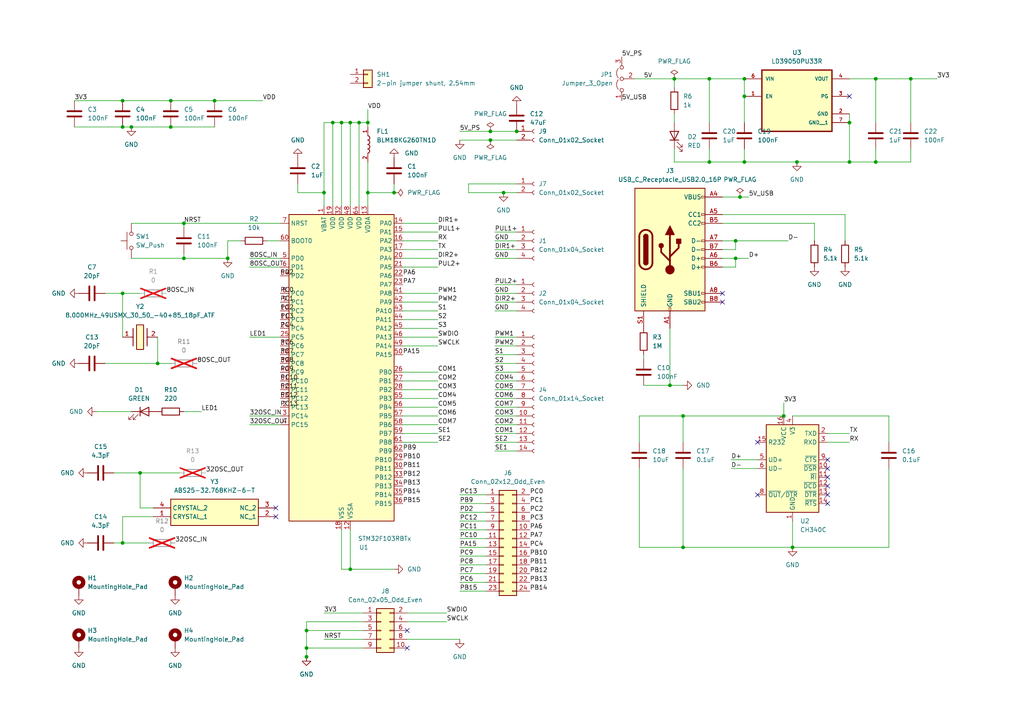
<source format=kicad_sch>
(kicad_sch (version 20230121) (generator eeschema)
  (paper "A4")
  (junction (at 198.12 158.75))
  (junction (at 205.74 46.99))
  (junction (at 215.9 27.94))
  (junction (at 93.98 55.88))
  (junction (at 53.34 64.77))
  (junction (at 205.74 22.86))
  (junction (at 149.86 38.1))
  (junction (at 45.72 105.41))
  (junction (at 38.1 36.83))
  (junction (at 88.9 187.96))
  (junction (at 104.14 35.56))
  (junction (at 213.36 69.85))
  (junction (at 194.31 111.76))
  (junction (at 229.87 158.75))
  (junction (at 142.24 38.1))
  (junction (at 88.9 182.88))
  (junction (at 35.56 157.48))
  (junction (at 215.9 46.99))
  (junction (at 66.04 74.93))
  (junction (at 101.6 165.1))
  (junction (at 35.56 36.83))
  (junction (at 227.33 120.65))
  (junction (at 88.9 190.5))
  (junction (at 198.12 120.65))
  (junction (at 99.06 35.56))
  (junction (at 142.24 40.64))
  (junction (at 96.52 35.56))
  (junction (at 254 22.86))
  (junction (at 62.23 29.21))
  (junction (at 40.64 137.16))
  (junction (at 49.53 29.21))
  (junction (at 264.16 22.86))
  (junction (at 35.56 85.09))
  (junction (at 214.63 57.15))
  (junction (at 254 46.99))
  (junction (at 231.14 46.99))
  (junction (at 146.05 55.88))
  (junction (at 53.34 74.93))
  (junction (at 246.38 35.56))
  (junction (at 106.68 35.56))
  (junction (at 101.6 35.56))
  (junction (at 35.56 29.21))
  (junction (at 213.36 74.93))
  (junction (at 246.38 46.99))
  (junction (at 49.53 36.83))
  (junction (at 114.3 55.88))
  (junction (at 195.58 22.86))
  (junction (at 106.68 55.88))
  (junction (at 215.9 22.86))
  (no_connect (at 240.03 146.05))
  (no_connect (at 80.01 149.86))
  (no_connect (at 240.03 133.35))
  (no_connect (at 240.03 140.97))
  (no_connect (at 219.71 143.51))
  (no_connect (at 219.71 128.27))
  (no_connect (at 209.55 87.63))
  (no_connect (at 240.03 138.43))
  (no_connect (at 80.01 147.32))
  (no_connect (at 240.03 143.51))
  (no_connect (at 209.55 85.09))
  (no_connect (at 246.38 27.94))
  (no_connect (at 118.11 187.96))
  (no_connect (at 118.11 182.88))
  (no_connect (at 240.03 135.89))
  (wire (pts (xy 195.58 46.99) (xy 205.74 46.99)))
  (wire (pts (xy 184.15 22.86) (xy 195.58 22.86)))
  (wire (pts (xy 106.68 35.56) (xy 106.68 36.83)))
  (wire (pts (xy 116.84 128.27) (xy 127 128.27)))
  (wire (pts (xy 116.84 120.65) (xy 127 120.65)))
  (wire (pts (xy 53.34 64.77) (xy 81.28 64.77)))
  (wire (pts (xy 133.35 156.21) (xy 140.97 156.21)))
  (wire (pts (xy 116.84 115.57) (xy 127 115.57)))
  (wire (pts (xy 209.55 57.15) (xy 214.63 57.15)))
  (wire (pts (xy 99.06 35.56) (xy 99.06 59.69)))
  (wire (pts (xy 69.85 69.85) (xy 66.04 69.85)))
  (wire (pts (xy 257.81 120.65) (xy 257.81 128.27)))
  (wire (pts (xy 116.84 100.33) (xy 127 100.33)))
  (wire (pts (xy 101.6 165.1) (xy 114.3 165.1)))
  (wire (pts (xy 116.84 67.31) (xy 127 67.31)))
  (wire (pts (xy 143.51 128.27) (xy 149.86 128.27)))
  (wire (pts (xy 49.53 29.21) (xy 62.23 29.21)))
  (wire (pts (xy 143.51 72.39) (xy 149.86 72.39)))
  (wire (pts (xy 88.9 180.34) (xy 88.9 182.88)))
  (wire (pts (xy 143.51 118.11) (xy 149.86 118.11)))
  (wire (pts (xy 198.12 120.65) (xy 185.42 120.65)))
  (wire (pts (xy 116.84 90.17) (xy 127 90.17)))
  (wire (pts (xy 21.59 29.21) (xy 35.56 29.21)))
  (wire (pts (xy 205.74 43.18) (xy 205.74 46.99)))
  (wire (pts (xy 30.48 85.09) (xy 35.56 85.09)))
  (wire (pts (xy 133.35 163.83) (xy 140.97 163.83)))
  (wire (pts (xy 215.9 43.18) (xy 215.9 46.99)))
  (wire (pts (xy 116.84 69.85) (xy 127 69.85)))
  (wire (pts (xy 106.68 31.75) (xy 106.68 35.56)))
  (wire (pts (xy 194.31 95.25) (xy 194.31 111.76)))
  (wire (pts (xy 38.1 74.93) (xy 53.34 74.93)))
  (wire (pts (xy 116.84 74.93) (xy 127 74.93)))
  (wire (pts (xy 143.51 97.79) (xy 149.86 97.79)))
  (wire (pts (xy 236.22 64.77) (xy 236.22 69.85)))
  (wire (pts (xy 116.84 77.47) (xy 127 77.47)))
  (wire (pts (xy 246.38 35.56) (xy 246.38 46.99)))
  (wire (pts (xy 133.35 161.29) (xy 140.97 161.29)))
  (wire (pts (xy 142.24 40.64) (xy 149.86 40.64)))
  (wire (pts (xy 143.51 107.95) (xy 149.86 107.95)))
  (wire (pts (xy 72.39 97.79) (xy 81.28 97.79)))
  (wire (pts (xy 205.74 46.99) (xy 215.9 46.99)))
  (wire (pts (xy 88.9 182.88) (xy 105.41 182.88)))
  (wire (pts (xy 35.56 85.09) (xy 40.64 85.09)))
  (wire (pts (xy 246.38 33.02) (xy 246.38 35.56)))
  (wire (pts (xy 143.51 87.63) (xy 149.86 87.63)))
  (wire (pts (xy 44.45 147.32) (xy 40.64 147.32)))
  (wire (pts (xy 143.51 130.81) (xy 149.86 130.81)))
  (wire (pts (xy 33.02 157.48) (xy 35.56 157.48)))
  (wire (pts (xy 264.16 22.86) (xy 271.78 22.86)))
  (wire (pts (xy 264.16 46.99) (xy 264.16 43.18)))
  (wire (pts (xy 106.68 46.99) (xy 106.68 55.88)))
  (wire (pts (xy 116.84 110.49) (xy 127 110.49)))
  (wire (pts (xy 62.23 29.21) (xy 76.2 29.21)))
  (wire (pts (xy 116.84 72.39) (xy 127 72.39)))
  (wire (pts (xy 142.24 38.1) (xy 149.86 38.1)))
  (wire (pts (xy 133.35 38.1) (xy 142.24 38.1)))
  (wire (pts (xy 240.03 128.27) (xy 246.38 128.27)))
  (wire (pts (xy 185.42 120.65) (xy 185.42 128.27)))
  (wire (pts (xy 35.56 85.09) (xy 35.56 97.79)))
  (wire (pts (xy 88.9 180.34) (xy 105.41 180.34)))
  (wire (pts (xy 86.36 53.34) (xy 86.36 55.88)))
  (wire (pts (xy 72.39 120.65) (xy 81.28 120.65)))
  (wire (pts (xy 213.36 74.93) (xy 217.17 74.93)))
  (wire (pts (xy 116.84 107.95) (xy 127 107.95)))
  (wire (pts (xy 106.68 55.88) (xy 106.68 59.69)))
  (wire (pts (xy 254 43.18) (xy 254 46.99)))
  (wire (pts (xy 254 46.99) (xy 264.16 46.99)))
  (wire (pts (xy 194.31 111.76) (xy 198.12 111.76)))
  (wire (pts (xy 209.55 69.85) (xy 213.36 69.85)))
  (wire (pts (xy 185.42 135.89) (xy 185.42 158.75)))
  (wire (pts (xy 135.89 55.88) (xy 146.05 55.88)))
  (wire (pts (xy 209.55 77.47) (xy 213.36 77.47)))
  (wire (pts (xy 215.9 22.86) (xy 215.9 27.94)))
  (wire (pts (xy 133.35 143.51) (xy 140.97 143.51)))
  (wire (pts (xy 72.39 74.93) (xy 81.28 74.93)))
  (wire (pts (xy 146.05 55.88) (xy 149.86 55.88)))
  (wire (pts (xy 118.11 185.42) (xy 133.35 185.42)))
  (wire (pts (xy 143.51 74.93) (xy 149.86 74.93)))
  (wire (pts (xy 229.87 158.75) (xy 257.81 158.75)))
  (wire (pts (xy 72.39 77.47) (xy 81.28 77.47)))
  (wire (pts (xy 213.36 74.93) (xy 213.36 77.47)))
  (wire (pts (xy 212.09 133.35) (xy 219.71 133.35)))
  (wire (pts (xy 93.98 177.8) (xy 105.41 177.8)))
  (wire (pts (xy 93.98 55.88) (xy 93.98 59.69)))
  (wire (pts (xy 205.74 22.86) (xy 205.74 35.56)))
  (wire (pts (xy 213.36 72.39) (xy 213.36 69.85)))
  (wire (pts (xy 133.35 158.75) (xy 140.97 158.75)))
  (wire (pts (xy 53.34 74.93) (xy 66.04 74.93)))
  (wire (pts (xy 66.04 69.85) (xy 66.04 74.93)))
  (wire (pts (xy 133.35 168.91) (xy 140.97 168.91)))
  (wire (pts (xy 246.38 22.86) (xy 254 22.86)))
  (wire (pts (xy 198.12 120.65) (xy 227.33 120.65)))
  (wire (pts (xy 135.89 53.34) (xy 135.89 55.88)))
  (wire (pts (xy 53.34 73.66) (xy 53.34 74.93)))
  (wire (pts (xy 143.51 125.73) (xy 149.86 125.73)))
  (wire (pts (xy 245.11 62.23) (xy 245.11 69.85)))
  (wire (pts (xy 88.9 182.88) (xy 88.9 187.96)))
  (wire (pts (xy 143.51 90.17) (xy 149.86 90.17)))
  (wire (pts (xy 93.98 185.42) (xy 105.41 185.42)))
  (wire (pts (xy 116.84 123.19) (xy 127 123.19)))
  (wire (pts (xy 133.35 148.59) (xy 140.97 148.59)))
  (wire (pts (xy 264.16 22.86) (xy 264.16 35.56)))
  (wire (pts (xy 195.58 43.18) (xy 195.58 46.99)))
  (wire (pts (xy 45.72 97.79) (xy 45.72 105.41)))
  (wire (pts (xy 209.55 72.39) (xy 213.36 72.39)))
  (wire (pts (xy 143.51 85.09) (xy 149.86 85.09)))
  (wire (pts (xy 30.48 105.41) (xy 45.72 105.41)))
  (wire (pts (xy 143.51 123.19) (xy 149.86 123.19)))
  (wire (pts (xy 195.58 22.86) (xy 195.58 25.4)))
  (wire (pts (xy 116.84 113.03) (xy 127 113.03)))
  (wire (pts (xy 254 22.86) (xy 264.16 22.86)))
  (wire (pts (xy 93.98 35.56) (xy 93.98 55.88)))
  (wire (pts (xy 209.55 64.77) (xy 236.22 64.77)))
  (wire (pts (xy 186.69 111.76) (xy 194.31 111.76)))
  (wire (pts (xy 53.34 119.38) (xy 58.42 119.38)))
  (wire (pts (xy 257.81 135.89) (xy 257.81 158.75)))
  (wire (pts (xy 88.9 187.96) (xy 88.9 190.5)))
  (wire (pts (xy 133.35 166.37) (xy 140.97 166.37)))
  (wire (pts (xy 101.6 153.67) (xy 101.6 165.1)))
  (wire (pts (xy 33.02 137.16) (xy 40.64 137.16)))
  (wire (pts (xy 116.84 95.25) (xy 127 95.25)))
  (wire (pts (xy 21.59 36.83) (xy 35.56 36.83)))
  (wire (pts (xy 198.12 120.65) (xy 198.12 128.27)))
  (wire (pts (xy 116.84 92.71) (xy 127 92.71)))
  (wire (pts (xy 209.55 62.23) (xy 245.11 62.23)))
  (wire (pts (xy 133.35 153.67) (xy 140.97 153.67)))
  (wire (pts (xy 198.12 158.75) (xy 229.87 158.75)))
  (wire (pts (xy 118.11 177.8) (xy 129.54 177.8)))
  (wire (pts (xy 215.9 46.99) (xy 231.14 46.99)))
  (wire (pts (xy 104.14 35.56) (xy 104.14 59.69)))
  (wire (pts (xy 212.09 135.89) (xy 219.71 135.89)))
  (wire (pts (xy 195.58 33.02) (xy 195.58 35.56)))
  (wire (pts (xy 101.6 35.56) (xy 101.6 59.69)))
  (wire (pts (xy 116.84 97.79) (xy 127 97.79)))
  (wire (pts (xy 240.03 125.73) (xy 246.38 125.73)))
  (wire (pts (xy 227.33 116.84) (xy 227.33 120.65)))
  (wire (pts (xy 38.1 36.83) (xy 49.53 36.83)))
  (wire (pts (xy 40.64 137.16) (xy 52.07 137.16)))
  (wire (pts (xy 143.51 102.87) (xy 149.86 102.87)))
  (wire (pts (xy 254 35.56) (xy 254 22.86)))
  (wire (pts (xy 133.35 151.13) (xy 140.97 151.13)))
  (wire (pts (xy 45.72 105.41) (xy 49.53 105.41)))
  (wire (pts (xy 118.11 180.34) (xy 129.54 180.34)))
  (wire (pts (xy 214.63 57.15) (xy 217.17 57.15)))
  (wire (pts (xy 93.98 35.56) (xy 96.52 35.56)))
  (wire (pts (xy 40.64 147.32) (xy 40.64 137.16)))
  (wire (pts (xy 49.53 36.83) (xy 62.23 36.83)))
  (wire (pts (xy 99.06 165.1) (xy 101.6 165.1)))
  (wire (pts (xy 186.69 102.87) (xy 186.69 104.14)))
  (wire (pts (xy 133.35 171.45) (xy 140.97 171.45)))
  (wire (pts (xy 143.51 69.85) (xy 149.86 69.85)))
  (wire (pts (xy 229.87 151.13) (xy 229.87 158.75)))
  (wire (pts (xy 35.56 149.86) (xy 35.56 157.48)))
  (wire (pts (xy 96.52 35.56) (xy 96.52 59.69)))
  (wire (pts (xy 246.38 46.99) (xy 254 46.99)))
  (wire (pts (xy 116.84 125.73) (xy 127 125.73)))
  (wire (pts (xy 99.06 35.56) (xy 101.6 35.56)))
  (wire (pts (xy 143.51 105.41) (xy 149.86 105.41)))
  (wire (pts (xy 229.87 120.65) (xy 257.81 120.65)))
  (wire (pts (xy 44.45 149.86) (xy 35.56 149.86)))
  (wire (pts (xy 209.55 74.93) (xy 213.36 74.93)))
  (wire (pts (xy 116.84 118.11) (xy 127 118.11)))
  (wire (pts (xy 35.56 157.48) (xy 43.18 157.48)))
  (wire (pts (xy 104.14 35.56) (xy 101.6 35.56)))
  (wire (pts (xy 215.9 27.94) (xy 215.9 35.56)))
  (wire (pts (xy 72.39 123.19) (xy 81.28 123.19)))
  (wire (pts (xy 88.9 187.96) (xy 105.41 187.96)))
  (wire (pts (xy 195.58 22.86) (xy 205.74 22.86)))
  (wire (pts (xy 53.34 64.77) (xy 53.34 66.04)))
  (wire (pts (xy 77.47 69.85) (xy 81.28 69.85)))
  (wire (pts (xy 198.12 135.89) (xy 198.12 158.75)))
  (wire (pts (xy 116.84 64.77) (xy 127 64.77)))
  (wire (pts (xy 143.51 100.33) (xy 149.86 100.33)))
  (wire (pts (xy 99.06 35.56) (xy 96.52 35.56)))
  (wire (pts (xy 114.3 53.34) (xy 114.3 55.88)))
  (wire (pts (xy 116.84 87.63) (xy 127 87.63)))
  (wire (pts (xy 213.36 69.85) (xy 228.6 69.85)))
  (wire (pts (xy 35.56 29.21) (xy 49.53 29.21)))
  (wire (pts (xy 38.1 64.77) (xy 53.34 64.77)))
  (wire (pts (xy 143.51 67.31) (xy 149.86 67.31)))
  (wire (pts (xy 185.42 158.75) (xy 198.12 158.75)))
  (wire (pts (xy 143.51 110.49) (xy 149.86 110.49)))
  (wire (pts (xy 135.89 53.34) (xy 149.86 53.34)))
  (wire (pts (xy 27.94 119.38) (xy 38.1 119.38)))
  (wire (pts (xy 86.36 55.88) (xy 93.98 55.88)))
  (wire (pts (xy 104.14 35.56) (xy 106.68 35.56)))
  (wire (pts (xy 99.06 153.67) (xy 99.06 165.1)))
  (wire (pts (xy 143.51 120.65) (xy 149.86 120.65)))
  (wire (pts (xy 143.51 113.03) (xy 149.86 113.03)))
  (wire (pts (xy 231.14 46.99) (xy 246.38 46.99)))
  (wire (pts (xy 143.51 82.55) (xy 149.86 82.55)))
  (wire (pts (xy 143.51 115.57) (xy 149.86 115.57)))
  (wire (pts (xy 106.68 55.88) (xy 114.3 55.88)))
  (wire (pts (xy 133.35 40.64) (xy 142.24 40.64)))
  (wire (pts (xy 35.56 36.83) (xy 38.1 36.83)))
  (wire (pts (xy 116.84 85.09) (xy 127 85.09)))
  (wire (pts (xy 205.74 22.86) (xy 215.9 22.86)))
  (wire (pts (xy 133.35 146.05) (xy 140.97 146.05)))
  (label "PWM2" (at 127 87.63 0))
  (label "TX" (at 127 72.39 0))
  (label "PC3" (at 153.67 151.13 0))
  (label "32OSC_IN" (at 72.39 120.65 0))
  (label "PUL2+" (at 127 77.47 0))
  (label "PB11" (at 153.67 163.83 0))
  (label "32OSC_IN" (at 50.8 157.48 0))
  (label "PB15" (at 116.84 146.05 0))
  (label "3V3" (at 227.33 116.84 0))
  (label "NRST" (at 93.98 185.42 0))
  (label "32OSC_OUT" (at 72.39 123.19 0))
  (label "PA6" (at 153.67 153.67 0))
  (label "COM3" (at 127 113.03 0))
  (label "5V_USB" (at 180.34 29.21 0))
  (label "8OSC_IN" (at 48.26 85.09 0))
  (label "PB15" (at 133.35 171.45 0))
  (label "TX" (at 246.38 125.73 0))
  (label "DIR2+" (at 143.51 87.63 0))
  (label "SWDIO" (at 127 97.79 0))
  (label "SWCLK" (at 127 100.33 0))
  (label "PC6" (at 133.35 168.91 0))
  (label "SE1" (at 143.51 130.81 0))
  (label "PC7" (at 133.35 166.37 0))
  (label "PA15" (at 133.35 158.75 0))
  (label "COM1" (at 143.51 125.73 0))
  (label "PA7" (at 116.84 82.55 0))
  (label "5V_PS" (at 180.34 16.51 0))
  (label "NRST" (at 53.34 64.77 0))
  (label "PC1" (at 81.28 87.63 0))
  (label "PC13" (at 81.28 118.11 0))
  (label "D-" (at 212.09 135.89 0))
  (label "PB11" (at 116.84 135.89 0))
  (label "S2" (at 127 92.71 0))
  (label "COM2" (at 127 110.49 0))
  (label "PC12" (at 133.35 151.13 0))
  (label "VDD" (at 76.2 29.21 0))
  (label "S1" (at 127 90.17 0))
  (label "PUL2+" (at 143.51 82.55 0))
  (label "PC12" (at 81.28 115.57 0))
  (label "PC0" (at 81.28 85.09 0))
  (label "PC4" (at 81.28 95.25 0))
  (label "PC2" (at 81.28 90.17 0))
  (label "GND" (at 143.51 85.09 0))
  (label "D+" (at 217.17 74.93 0))
  (label "LED1" (at 58.42 119.38 0))
  (label "SWCLK" (at 129.54 180.34 0))
  (label "PC6" (at 81.28 100.33 0))
  (label "RX" (at 127 69.85 0))
  (label "PUL1+" (at 143.51 67.31 0))
  (label "PWM2" (at 143.51 100.33 0))
  (label "5V" (at 186.69 22.86 0))
  (label "PB12" (at 116.84 138.43 0))
  (label "GND" (at 143.51 90.17 0))
  (label "PC11" (at 81.28 113.03 0))
  (label "D+" (at 212.09 133.35 0))
  (label "PC1" (at 153.67 146.05 0))
  (label "PA6" (at 116.84 80.01 0))
  (label "S1" (at 143.51 102.87 0))
  (label "PD2" (at 81.28 80.01 0))
  (label "COM4" (at 127 115.57 0))
  (label "PB9" (at 133.35 146.05 0))
  (label "PWM1" (at 143.51 97.79 0))
  (label "3V3" (at 271.78 22.86 0))
  (label "PC9" (at 133.35 161.29 0))
  (label "COM7" (at 127 123.19 0))
  (label "PB13" (at 116.84 140.97 0))
  (label "S3" (at 127 95.25 0))
  (label "5V_PS" (at 133.35 38.1 0))
  (label "RX" (at 246.38 128.27 0))
  (label "8OSC_OUT" (at 72.39 77.47 0))
  (label "COM6" (at 127 120.65 0))
  (label "3V3" (at 21.59 29.21 0))
  (label "PC9" (at 81.28 107.95 0))
  (label "PB9" (at 116.84 130.81 0))
  (label "PC2" (at 153.67 148.59 0))
  (label "PA15" (at 116.84 102.87 0))
  (label "PB10" (at 153.67 161.29 0))
  (label "5V_USB" (at 217.17 57.15 0))
  (label "SE2" (at 127 128.27 0))
  (label "PA7" (at 153.67 156.21 0))
  (label "SE1" (at 127 125.73 0))
  (label "PC13" (at 133.35 143.51 0))
  (label "S3" (at 143.51 107.95 0))
  (label "PD2" (at 133.35 148.59 0))
  (label "COM2" (at 143.51 123.19 0))
  (label "COM4" (at 143.51 110.49 0))
  (label "PC8" (at 81.28 105.41 0))
  (label "SE2" (at 143.51 128.27 0))
  (label "D-" (at 228.6 69.85 0))
  (label "COM5" (at 143.51 113.03 0))
  (label "DIR1+" (at 143.51 72.39 0))
  (label "PB12" (at 153.67 166.37 0))
  (label "PC10" (at 81.28 110.49 0))
  (label "3V3" (at 93.98 177.8 0))
  (label "PB14" (at 116.84 143.51 0))
  (label "S2" (at 143.51 105.41 0))
  (label "PC4" (at 153.67 158.75 0))
  (label "PWM1" (at 127 85.09 0))
  (label "COM5" (at 127 118.11 0))
  (label "PC10" (at 133.35 156.21 0))
  (label "PUL1+" (at 127 67.31 0))
  (label "PC7" (at 81.28 102.87 0))
  (label "PB10" (at 116.84 133.35 0))
  (label "8OSC_OUT" (at 57.15 105.41 0))
  (label "PC0" (at 153.67 143.51 0))
  (label "SWDIO" (at 129.54 177.8 0))
  (label "PB13" (at 153.67 168.91 0))
  (label "PC11" (at 133.35 153.67 0))
  (label "DIR1+" (at 127 64.77 0))
  (label "LED1" (at 72.39 97.79 0))
  (label "COM3" (at 143.51 120.65 0))
  (label "VDD" (at 106.68 31.75 0))
  (label "8OSC_IN" (at 72.39 74.93 0))
  (label "PB14" (at 153.67 171.45 0))
  (label "32OSC_OUT" (at 59.69 137.16 0))
  (label "COM7" (at 143.51 118.11 0))
  (label "GND" (at 143.51 69.85 0))
  (label "COM1" (at 127 107.95 0))
  (label "DIR2+" (at 127 74.93 0))
  (label "GND" (at 143.51 74.93 0))
  (label "PC3" (at 81.28 92.71 0))
  (label "PC8" (at 133.35 163.83 0))
  (label "COM6" (at 143.51 115.57 0))
  (symbol (lib_id "Device:C") (at 198.12 132.08 0) (unit 1)
    (property "Reference" "C17" (at 201.93 130.81 0) (effects (justify left)))
    (property "Value" "0.1uF" (at 201.93 133.35 0) (effects (justify left)))
    (property "Footprint" "Capacitor_SMD:C_0603_1608Metric" (effects hide))
  )
  (symbol (lib_id "power:GND") (at 149.86 30.48 180) (unit 1)
    (property "Reference" "#PWR015" (effects hide))
    (property "Value" "GND" (at 149.86 25.4 0))
  )
  (symbol (lib_id "Device:R") (at 53.34 105.41 90) (unit 1) (dnp yes)
    (property "Reference" "R11" (at 53.34 99.06 90))
    (property "Value" "0" (at 53.34 101.6 90))
    (property "Footprint" "Resistor_SMD:R_0603_1608Metric" (effects hide))
  )
  (symbol (lib_id "Device:C") (at 49.53 33.02 0) (unit 1)
    (property "Reference" "C5" (at 53.34 31.75 0) (effects (justify left)))
    (property "Value" "100nF" (at 53.34 34.29 0) (effects (justify left)))
    (property "Footprint" "Capacitor_SMD:C_0603_1608Metric" (effects hide))
  )
  (symbol (lib_id "Switch:SW_Push") (at 38.1 69.85 90) (unit 1)
    (property "Reference" "SW1" (at 39.37 68.58 90) (effects (justify right)))
    (property "Value" "SW_Push" (at 39.37 71.12 90) (effects (justify right)))
    (property "Footprint" "Button_Switch_SMD:SW_SPST_TL3342" (effects hide))
  )
  (symbol (lib_id "power:GND") (at 22.86 187.96 0) (unit 1)
    (property "Reference" "#PWR019" (effects hide))
    (property "Value" "GND" (at 22.86 193.04 0))
  )
  (symbol (lib_id "Device:C") (at 29.21 157.48 90) (unit 1)
    (property "Reference" "C14" (at 29.21 149.86 90))
    (property "Value" "4.3pF" (at 29.21 152.4 90))
    (property "Footprint" "Capacitor_SMD:C_0603_1608Metric" (effects hide))
  )
  (symbol (lib_id "Device:C") (at 62.23 33.02 0) (unit 1)
    (property "Reference" "C6" (at 66.04 31.75 0) (effects (justify left)))
    (property "Value" "100nF" (at 66.04 34.29 0) (effects (justify left)))
    (property "Footprint" "Capacitor_SMD:C_0603_1608Metric" (effects hide))
  )
  (symbol (lib_id "Mechanical:MountingHole_Pad") (at 50.8 185.42 0) (unit 1)
    (property "Reference" "H4" (at 53.34 182.88 0) (effects (justify left)))
    (property "Value" "MountingHole_Pad" (at 53.34 185.42 0) (effects (justify left)))
    (property "Footprint" "MountingHole:MountingHole_3.2mm_M3_Pad" (effects hide))
  )
  (symbol (lib_id "Device:R") (at 55.88 137.16 90) (unit 1) (dnp yes)
    (property "Reference" "R13" (at 55.88 130.81 90))
    (property "Value" "0" (at 55.88 133.35 90))
    (property "Footprint" "Resistor_SMD:R_0603_1608Metric" (effects hide))
  )
  (symbol (lib_id "power:GND") (at 25.4 137.16 270) (unit 1)
    (property "Reference" "#PWR026" (effects hide))
    (property "Value" "GND" (at 21.59 137.16 90) (effects (justify right)))
  )
  (symbol (lib_id "power:GND") (at 22.86 172.72 0) (unit 1)
    (property "Reference" "#PWR017" (effects hide))
    (property "Value" "GND" (at 22.86 177.8 0))
  )
  (symbol (lib_id "Connector_Generic:Conn_01x02") (at 106.68 21.59 0) (unit 1) (on_board no)
    (property "Reference" "SH1" (at 109.22 21.59 0) (effects (justify left)))
    (property "Value" "2-pin jumper shunt, 2.54mm" (at 109.22 24.13 0) (effects (justify left)))
  )
  (symbol (lib_id "power:GND") (at 229.87 158.75 0) (unit 1)
    (property "Reference" "#PWR07" (effects hide))
    (property "Value" "GND" (at 229.87 163.83 0))
  )
  (symbol (lib_id "power:GND") (at 66.04 74.93 0) (unit 1)
    (property "Reference" "#PWR05" (effects hide))
    (property "Value" "GND" (at 66.04 80.01 0))
  )
  (symbol (lib_id "Jumper:Jumper_3_Open") (at 180.34 22.86 90) (unit 1)
    (property "Reference" "JP1" (at 177.8 21.59 90) (effects (justify left)))
    (property "Value" "Jumper_3_Open" (at 177.8 24.13 90) (effects (justify left)))
    (property "Footprint" "Connector_PinHeader_2.54mm:PinHeader_1x03_P2.54mm_Vertical" (effects hide))
  )
  (symbol (lib_id "Device:C") (at 186.69 107.95 0) (unit 1)
    (property "Reference" "C10" (at 190.5 106.68 0) (effects (justify left)))
    (property "Value" "100nF" (at 190.5 109.22 0) (effects (justify left)))
    (property "Footprint" "Capacitor_SMD:C_0603_1608Metric" (effects hide))
  )
  (symbol (lib_id "Device:C") (at 149.86 34.29 0) (unit 1)
    (property "Reference" "C12" (at 153.67 33.02 0) (effects (justify left)))
    (property "Value" "47uF" (at 153.67 35.56 0) (effects (justify left)))
    (property "Footprint" "Capacitor_SMD:C_1210_3225Metric" (effects hide))
  )
  (symbol (lib_id "Device:C") (at 29.21 137.16 270) (unit 1)
    (property "Reference" "C15" (at 29.21 129.54 90))
    (property "Value" "4.3pF" (at 29.21 132.08 90))
    (property "Footprint" "Capacitor_SMD:C_0603_1608Metric" (effects hide))
  )
  (symbol (lib_id "Device:R") (at 245.11 73.66 0) (unit 1)
    (property "Reference" "R5" (at 247.65 72.39 0) (effects (justify left)))
    (property "Value" "5.1k" (at 247.65 74.93 0) (effects (justify left)))
    (property "Footprint" "Resistor_SMD:R_0603_1608Metric" (effects hide))
  )
  (symbol (lib_id "power:GND") (at 198.12 111.76 90) (unit 1)
    (property "Reference" "#PWR08" (effects hide))
    (property "Value" "GND" (at 201.93 111.76 90) (effects (justify right)))
  )
  (symbol (lib_id "Device:C") (at 114.3 49.53 0) (unit 1)
    (property "Reference" "C1" (at 118.11 48.26 0) (effects (justify left)))
    (property "Value" "100nF" (at 118.11 50.8 0) (effects (justify left)))
    (property "Footprint" "Capacitor_SMD:C_0603_1608Metric" (effects hide))
  )
  (symbol (lib_id "power:GND") (at 133.35 185.42 0) (unit 1)
    (property "Reference" "#PWR014" (effects hide))
    (property "Value" "GND" (at 133.35 190.5 0))
  )
  (symbol (lib_id "Device:C") (at 264.16 39.37 0) (unit 1)
    (property "Reference" "C22" (at 267.97 38.1 0) (effects (justify left)))
    (property "Value" "100nF" (at 267.97 40.64 0) (effects (justify left)))
    (property "Footprint" "Capacitor_SMD:C_0603_1608Metric" (effects hide))
  )
  (symbol (lib_id "Device:C") (at 215.9 39.37 0) (unit 1)
    (property "Reference" "C19" (at 219.71 38.1 0) (effects (justify left)))
    (property "Value" "100nF" (at 219.71 40.64 0) (effects (justify left)))
    (property "Footprint" "Capacitor_SMD:C_0603_1608Metric" (effects hide))
  )
  (symbol (lib_id "Device:C") (at 185.42 132.08 0) (unit 1)
    (property "Reference" "C18" (at 189.23 130.81 0) (effects (justify left)))
    (property "Value" "10uF" (at 189.23 133.35 0) (effects (justify left)))
    (property "Footprint" "Capacitor_SMD:C_0603_1608Metric" (effects hide))
  )
  (symbol (lib_id "Mechanical:MountingHole_Pad") (at 50.8 170.18 0) (unit 1)
    (property "Reference" "H2" (at 53.34 167.64 0) (effects (justify left)))
    (property "Value" "MountingHole_Pad" (at 53.34 170.18 0) (effects (justify left)))
    (property "Footprint" "MountingHole:MountingHole_3.2mm_M3_Pad" (effects hide))
  )
  (symbol (lib_id "power:GND") (at 146.05 55.88 0) (unit 1)
    (property "Reference" "#PWR011" (effects hide))
    (property "Value" "GND" (at 146.05 60.96 0))
  )
  (symbol (lib_id "Device:C") (at 53.34 69.85 0) (unit 1)
    (property "Reference" "C11" (at 57.15 68.58 0) (effects (justify left)))
    (property "Value" "100nF" (at 57.15 71.12 0) (effects (justify left)))
    (property "Footprint" "Capacitor_SMD:C_0603_1608Metric" (effects hide))
  )
  (symbol (lib_id "power:GND") (at 50.8 187.96 0) (unit 1)
    (property "Reference" "#PWR020" (effects hide))
    (property "Value" "GND" (at 50.8 193.04 0))
  )
  (symbol (lib_id "Connector:Conn_01x14_Socket") (at 154.94 113.03 0) (unit 1)
    (property "Reference" "J4" (at 156.21 113.03 0) (effects (justify left)))
    (property "Value" "Conn_01x14_Socket" (at 156.21 115.57 0) (effects (justify left)))
    (property "Footprint" "Connector_Phoenix_MC:PhoenixContact_MC_1,5_14-G-3.5_1x14_P3.50mm_Horizontal" (effects hide))
  )
  (symbol (lib_id "power:GND") (at 25.4 157.48 270) (unit 1)
    (property "Reference" "#PWR025" (effects hide))
    (property "Value" "GND" (at 21.59 157.48 90) (effects (justify right)))
  )
  (symbol (lib_id "8_000MHz_49USMX_30_50_-40+85_1:8.000MHz_49USMX_30_50_-40+85_18pF_ATF") (at 35.56 97.79 0) (unit 1)
    (property "Reference" "Y2" (at 40.64 88.9 0))
    (property "Value" "8.000MHz_49USMX_30_50_-40+85_18pF_ATF" (at 40.64 91.44 0))
    (property "Footprint" "Crystal:8000MHz49USMX3050408518pFATF" (effects hide))
    (property "Datasheet" "https://www.euroquartz.co.uk/media/2477/49usmx-iss4.pdf" (effects hide))
    (property "Height" "4.2" (effects hide))
    (property "Manufacturer_Name" "EUROQUARTZ" (effects hide))
    (property "Manufacturer_Part_Number" "8.000MHz 49USMX/30/50/-40+85/18pF/ATF" (effects hide))
  )
  (symbol (lib_id "Connector_Generic:Conn_02x12_Odd_Even") (at 146.05 156.21 0) (unit 1)
    (property "Reference" "J6" (at 147.32 137.16 0))
    (property "Value" "Conn_02x12_Odd_Even" (at 147.32 139.7 0))
    (property "Footprint" "Connector_PinHeader_2.54mm:PinHeader_2x12_P2.54mm_Vertical" (effects hide))
  )
  (symbol (lib_id "Device:R") (at 46.99 157.48 90) (unit 1) (dnp yes)
    (property "Reference" "R12" (at 46.99 151.13 90))
    (property "Value" "0" (at 46.99 153.67 90))
    (property "Footprint" "Resistor_SMD:R_0603_1608Metric" (effects hide))
  )
  (symbol (lib_id "LD39050PU33R:LD39050PU33R") (at 231.14 27.94 0) (unit 1)
    (property "Reference" "U3" (at 231.14 15.24 0))
    (property "Value" "LD39050PU33R" (at 231.14 17.78 0))
    (property "Footprint" "footprints:SON95P300X300X100-7N" (effects hide))
    (property "MF" "STMicroelectronics" (effects hide))
    (property "DIGI-KEY_PURCHASE_URL" "https://www.digikey.ph/product-detail/en/stmicroelectronics/LD39050PU33R/497-8716-1-ND/2039901?utm_source=snapeda&utm_medium=aggregator&utm_campaign=symbol" (effects hide))
    (property "PACKAGE" "DFN-6 STMicroelectronics" (effects hide))
    (property "STANDARD" "IPC7351B" (effects hide))
    (property "MP" "LD39050PU33R" (effects hide))
    (property "DIGI-KEY_PART_NUMBER" "497-8716-1-ND" (effects hide))
  )
  (symbol (lib_id "power:PWR_FLAG") (at 142.24 40.64 180) (unit 1)
    (property "Reference" "#FLG02" (effects hide))
    (property "Value" "PWR_FLAG" (at 142.24 45.72 0))
  )
  (symbol (lib_id "MCU_ST_STM32F1:STM32F103RBTx") (at 99.06 107.95 0) (unit 1)
    (property "Reference" "U1" (at 104.14 158.75 0) (effects (justify left)))
    (property "Value" "STM32F103RBTx" (at 103.7941 156.21 0) (effects (justify left)))
    (property "Footprint" "Package_QFP:LQFP-64_10x10mm_P0.5mm" (effects hide))
    (property "Datasheet" "https://www.st.com/resource/en/datasheet/stm32f103rb.pdf" (effects hide))
  )
  (symbol (lib_id "Mechanical:MountingHole_Pad") (at 22.86 170.18 0) (unit 1)
    (property "Reference" "H1" (at 25.4 167.64 0) (effects (justify left)))
    (property "Value" "MountingHole_Pad" (at 25.4 170.18 0) (effects (justify left)))
    (property "Footprint" "MountingHole:MountingHole_3.2mm_M3_Pad" (effects hide))
  )
  (symbol (lib_id "Device:C") (at 26.67 105.41 270) (unit 1)
    (property "Reference" "C13" (at 26.67 97.79 90))
    (property "Value" "20pF" (at 26.67 100.33 90))
    (property "Footprint" "Capacitor_SMD:C_0603_1608Metric" (effects hide))
  )
  (symbol (lib_id "Device:C") (at 86.36 49.53 0) (unit 1)
    (property "Reference" "C2" (at 90.17 48.26 0) (effects (justify left)))
    (property "Value" "1uF" (at 90.17 50.8 0) (effects (justify left)))
    (property "Footprint" "Capacitor_SMD:C_0603_1608Metric" (effects hide))
  )
  (symbol (lib_id "Device:R") (at 236.22 73.66 0) (unit 1)
    (property "Reference" "R4" (at 238.76 72.39 0) (effects (justify left)))
    (property "Value" "5.1k" (at 238.76 74.93 0) (effects (justify left)))
    (property "Footprint" "Resistor_SMD:R_0603_1608Metric" (effects hide))
  )
  (symbol (lib_id "Device:R") (at 73.66 69.85 270) (unit 1)
    (property "Reference" "R2" (at 73.66 63.5 90))
    (property "Value" "10k" (at 73.66 66.04 90))
    (property "Footprint" "Resistor_SMD:R_0603_1608Metric" (effects hide))
  )
  (symbol (lib_id "Device:R") (at 49.53 119.38 90) (unit 1)
    (property "Reference" "R10" (at 49.53 113.03 90))
    (property "Value" "220" (at 49.53 115.57 90))
    (property "Footprint" "Resistor_SMD:R_0603_1608Metric" (effects hide))
  )
  (symbol (lib_id "power:GND") (at 245.11 77.47 0) (unit 1)
    (property "Reference" "#PWR010" (effects hide))
    (property "Value" "GND" (at 245.11 82.55 0))
  )
  (symbol (lib_id "Device:C") (at 35.56 33.02 0) (unit 1)
    (property "Reference" "C4" (at 39.37 31.75 0) (effects (justify left)))
    (property "Value" "100nF" (at 39.37 34.29 0) (effects (justify left)))
    (property "Footprint" "Capacitor_SMD:C_0603_1608Metric" (effects hide))
  )
  (symbol (lib_id "Mechanical:MountingHole_Pad") (at 22.86 185.42 0) (unit 1)
    (property "Reference" "H3" (at 25.4 182.88 0) (effects (justify left)))
    (property "Value" "MountingHole_Pad" (at 25.4 185.42 0) (effects (justify left)))
    (property "Footprint" "MountingHole:MountingHole_3.2mm_M3_Pad" (effects hide))
  )
  (symbol (lib_id "power:PWR_FLAG") (at 114.3 55.88 270) (unit 1)
    (property "Reference" "#FLG03" (effects hide))
    (property "Value" "PWR_FLAG" (at 118.11 55.88 90) (effects (justify left)))
  )
  (symbol (lib_id "Device:R") (at 186.69 99.06 0) (unit 1)
    (property "Reference" "R3" (at 189.23 97.79 0) (effects (justify left)))
    (property "Value" "1M" (at 189.23 100.33 0) (effects (justify left)))
    (property "Footprint" "Resistor_SMD:R_0603_1608Metric" (effects hide))
  )
  (symbol (lib_id "Device:C") (at 205.74 39.37 0) (unit 1)
    (property "Reference" "C20" (at 209.55 38.1 0) (effects (justify left)))
    (property "Value" "1uF" (at 209.55 40.64 0) (effects (justify left)))
    (property "Footprint" "Capacitor_SMD:C_0603_1608Metric" (effects hide))
  )
  (symbol (lib_id "power:GND") (at 86.36 45.72 180) (unit 1)
    (property "Reference" "#PWR021" (effects hide))
    (property "Value" "GND" (at 86.36 40.64 0))
  )
  (symbol (lib_id "power:GND") (at 114.3 165.1 90) (unit 1)
    (property "Reference" "#PWR04" (effects hide))
    (property "Value" "GND" (at 118.11 165.1 90) (effects (justify right)))
  )
  (symbol (lib_id "Device:C") (at 257.81 132.08 0) (unit 1)
    (property "Reference" "C16" (at 261.62 130.81 0) (effects (justify left)))
    (property "Value" "0.1uF" (at 261.62 133.35 0) (effects (justify left)))
    (property "Footprint" "Capacitor_SMD:C_0603_1608Metric" (effects hide))
  )
  (symbol (lib_id "Connector:Conn_01x04_Socket") (at 154.94 69.85 0) (unit 1)
    (property "Reference" "J1" (at 156.21 69.85 0) (effects (justify left)))
    (property "Value" "Conn_01x04_Socket" (at 156.21 72.39 0) (effects (justify left)))
    (property "Footprint" "Connector_Phoenix_MC:PhoenixContact_MC_1,5_4-G-3.5_1x04_P3.50mm_Horizontal" (effects hide))
  )
  (symbol (lib_id "power:GND") (at 133.35 40.64 0) (unit 1)
    (property "Reference" "#PWR02" (effects hide))
    (property "Value" "GND" (at 133.35 45.72 0))
  )
  (symbol (lib_id "BLM18KG260TN1D:BLM18KG260TN1D") (at 106.68 52.07 270) (unit 1)
    (property "Reference" "FL1" (at 109.22 38.1 90) (effects (justify left)))
    (property "Value" "BLM18KG260TN1D" (at 109.22 40.64 90) (effects (justify left)))
    (property "Footprint" "footprints:BEADC1608X75N" (effects hide))
  )
  (symbol (lib_id "ABS25-32_768KHZ-6-T:ABS25-32.768KHZ-6-T") (at 44.45 147.32 0) (unit 1)
    (property "Reference" "Y3" (at 62.23 139.7 0))
    (property "Value" "ABS25-32.768KHZ-6-T" (at 62.23 142.24 0))
    (property "Footprint" "Crystal:ABS2532768KHZT" (effects hide))
    (property "Datasheet" "https://abracon.com/Resonators/abs25.pdf" (effects hide))
    (property "Height" "2" (effects hide))
    (property "Manufacturer_Name" "ABRACON" (effects hide))
    (property "Manufacturer_Part_Number" "ABS25-32.768KHZ-6-T" (effects hide))
  )
  (symbol (lib_id "power:GND") (at 27.94 119.38 270) (unit 1)
    (property "Reference" "#PWR016" (effects hide))
    (property "Value" "GND" (at 24.13 119.38 90) (effects (justify right)))
  )
  (symbol (lib_id "power:GND") (at 236.22 77.47 0) (unit 1)
    (property "Reference" "#PWR09" (effects hide))
    (property "Value" "GND" (at 236.22 82.55 0))
  )
  (symbol (lib_id "power:GND") (at 231.14 46.99 0) (unit 1)
    (property "Reference" "#PWR027" (effects hide))
    (property "Value" "GND" (at 231.14 52.07 0))
  )
  (symbol (lib_id "Device:C") (at 26.67 85.09 90) (unit 1)
    (property "Reference" "C7" (at 26.67 77.47 90))
    (property "Value" "20pF" (at 26.67 80.01 90))
    (property "Footprint" "Capacitor_SMD:C_0603_1608Metric" (effects hide))
  )
  (symbol (lib_id "Connector_Generic:Conn_02x05_Odd_Even") (at 110.49 182.88 0) (unit 1)
    (property "Reference" "J8" (at 111.76 171.45 0))
    (property "Value" "Conn_02x05_Odd_Even" (at 111.76 173.99 0))
    (property "Footprint" "Connector_PinHeader_2.54mm:PinHeader_2x05_P2.54mm_Vertical" (effects hide))
  )
  (symbol (lib_id "power:GND") (at 88.9 190.5 0) (unit 1)
    (property "Reference" "#PWR013" (effects hide))
    (property "Value" "GND" (at 88.9 195.58 0))
  )
  (symbol (lib_id "power:PWR_FLAG") (at 214.63 57.15 0) (unit 1)
    (property "Reference" "#FLG04" (effects hide))
    (property "Value" "PWR_FLAG" (at 214.63 52.07 0))
  )
  (symbol (lib_id "Connector:Conn_01x04_Socket") (at 154.94 85.09 0) (unit 1)
    (property "Reference" "J2" (at 156.21 85.09 0) (effects (justify left)))
    (property "Value" "Conn_01x04_Socket" (at 156.21 87.63 0) (effects (justify left)))
    (property "Footprint" "Connector_Phoenix_MC:PhoenixContact_MC_1,5_4-G-3.5_1x04_P3.50mm_Horizontal" (effects hide))
  )
  (symbol (lib_id "power:GND") (at 22.86 105.41 270) (unit 1)
    (property "Reference" "#PWR024" (effects hide))
    (property "Value" "GND" (at 19.05 105.41 90) (effects (justify right)))
  )
  (symbol (lib_id "Device:R") (at 195.58 29.21 0) (unit 1)
    (property "Reference" "R6" (at 198.12 27.94 0) (effects (justify left)))
    (property "Value" "1k" (at 198.12 30.48 0) (effects (justify left)))
    (property "Footprint" "Resistor_SMD:R_0603_1608Metric" (effects hide))
  )
  (symbol (lib_id "power:PWR_FLAG") (at 195.58 22.86 0) (unit 1)
    (property "Reference" "#FLG05" (effects hide))
    (property "Value" "PWR_FLAG" (at 195.58 17.78 0))
  )
  (symbol (lib_id "power:GND") (at 38.1 36.83 0) (unit 1)
    (property "Reference" "#PWR022" (effects hide))
    (property "Value" "GND" (at 38.1 41.91 0))
  )
  (symbol (lib_id "power:GND") (at 50.8 172.72 0) (unit 1)
    (property "Reference" "#PWR018" (effects hide))
    (property "Value" "GND" (at 50.8 177.8 0))
  )
  (symbol (lib_id "power:GND") (at 114.3 45.72 180) (unit 1)
    (property "Reference" "#PWR03" (effects hide))
    (property "Value" "GND" (at 119.38 44.45 0))
  )
  (symbol (lib_id "Device:LED") (at 41.91 119.38 0) (unit 1)
    (property "Reference" "D1" (at 40.3225 113.03 0))
    (property "Value" "GREEN" (at 40.3225 115.57 0))
    (property "Footprint" "LED_SMD:LED_0603_1608Metric" (effects hide))
  )
  (symbol (lib_id "Connector:Conn_01x02_Socket") (at 154.94 38.1 0) (unit 1)
    (property "Reference" "J9" (at 156.21 38.1 0) (effects (justify left)))
    (property "Value" "Conn_01x02_Socket" (at 156.21 40.64 0) (effects (justify left)))
    (property "Footprint" "Connector_Phoenix_MC:PhoenixContact_MC_1,5_2-G-3.5_1x02_P3.50mm_Horizontal" (effects hide))
  )
  (symbol (lib_id "power:GND") (at 22.86 85.09 270) (unit 1)
    (property "Reference" "#PWR023" (effects hide))
    (property "Value" "GND" (at 19.05 85.09 90) (effects (justify right)))
  )
  (symbol (lib_id "Connector:Conn_01x02_Socket") (at 154.94 53.34 0) (unit 1)
    (property "Reference" "J7" (at 156.21 53.34 0) (effects (justify left)))
    (property "Value" "Conn_01x02_Socket" (at 156.21 55.88 0) (effects (justify left)))
    (property "Footprint" "Connector_Phoenix_MC:PhoenixContact_MC_1,5_2-G-3.5_1x02_P3.50mm_Horizontal" (effects hide))
  )
  (symbol (lib_id "Device:C") (at 21.59 33.02 0) (unit 1)
    (property "Reference" "C3" (at 25.4 31.75 0) (effects (justify left)))
    (property "Value" "100nF" (at 25.4 34.29 0) (effects (justify left)))
    (property "Footprint" "Capacitor_SMD:C_0603_1608Metric" (effects hide))
  )
  (symbol (lib_id "Device:LED") (at 195.58 39.37 90) (unit 1)
    (property "Reference" "D2" (at 199.39 39.6875 90) (effects (justify right)))
    (property "Value" "RED" (at 199.39 42.2275 90) (effects (justify right)))
    (property "Footprint" "LED_SMD:LED_0603_1608Metric" (effects hide))
  )
  (symbol (lib_id "power:GND") (at 88.9 190.5 0) (unit 1)
    (property "Reference" "#PWR012" (effects hide))
    (property "Value" "GND" (at 88.9 195.58 0))
  )
  (symbol (lib_id "Connector:USB_C_Receptacle_USB2.0_16P") (at 194.31 72.39 0) (unit 1)
    (property "Reference" "J3" (at 194.31 49.53 0))
    (property "Value" "USB_C_Receptacle_USB2.0_16P" (at 194.31 52.07 0))
    (property "Footprint" "Connector_USB:USB_C_Receptacle_HRO_TYPE-C-31-M-12" (effects hide))
    (property "Datasheet" "https://www.usb.org/sites/default/files/documents/usb_type-c.zip" (effects hide))
  )
  (symbol (lib_id "power:PWR_FLAG") (at 142.24 38.1 0) (unit 1)
    (property "Reference" "#FLG01" (effects hide))
    (property "Value" "PWR_FLAG" (at 142.24 33.02 0))
  )
  (symbol (lib_id "Interface_USB:CH340C") (at 229.87 135.89 0) (unit 1)
    (property "Reference" "U2" (at 232.0641 151.13 0) (effects (justify left)))
    (property "Value" "CH340C" (at 232.0641 153.67 0) (effects (justify left)))
    (property "Footprint" "Package_SO:SOIC-16_3.9x9.9mm_P1.27mm" (effects hide))
    (property "Datasheet" "https://datasheet.lcsc.com/szlcsc/Jiangsu-Qin-Heng-CH340C_C84681.pdf" (effects hide))
  )
  (symbol (lib_id "Device:C") (at 254 39.37 0) (unit 1)
    (property "Reference" "C21" (at 257.81 38.1 0) (effects (justify left)))
    (property "Value" "1uF" (at 257.81 40.64 0) (effects (justify left)))
    (property "Footprint" "Capacitor_SMD:C_0603_1608Metric" (effects hide))
  )
  (symbol (lib_id "Device:R") (at 44.45 85.09 90) (unit 1) (dnp yes)
    (property "Reference" "R1" (at 44.45 78.74 90))
    (property "Value" "0" (at 44.45 81.28 90))
    (property "Footprint" "Resistor_SMD:R_0603_1608Metric" (effects hide))
  )
)
</source>
